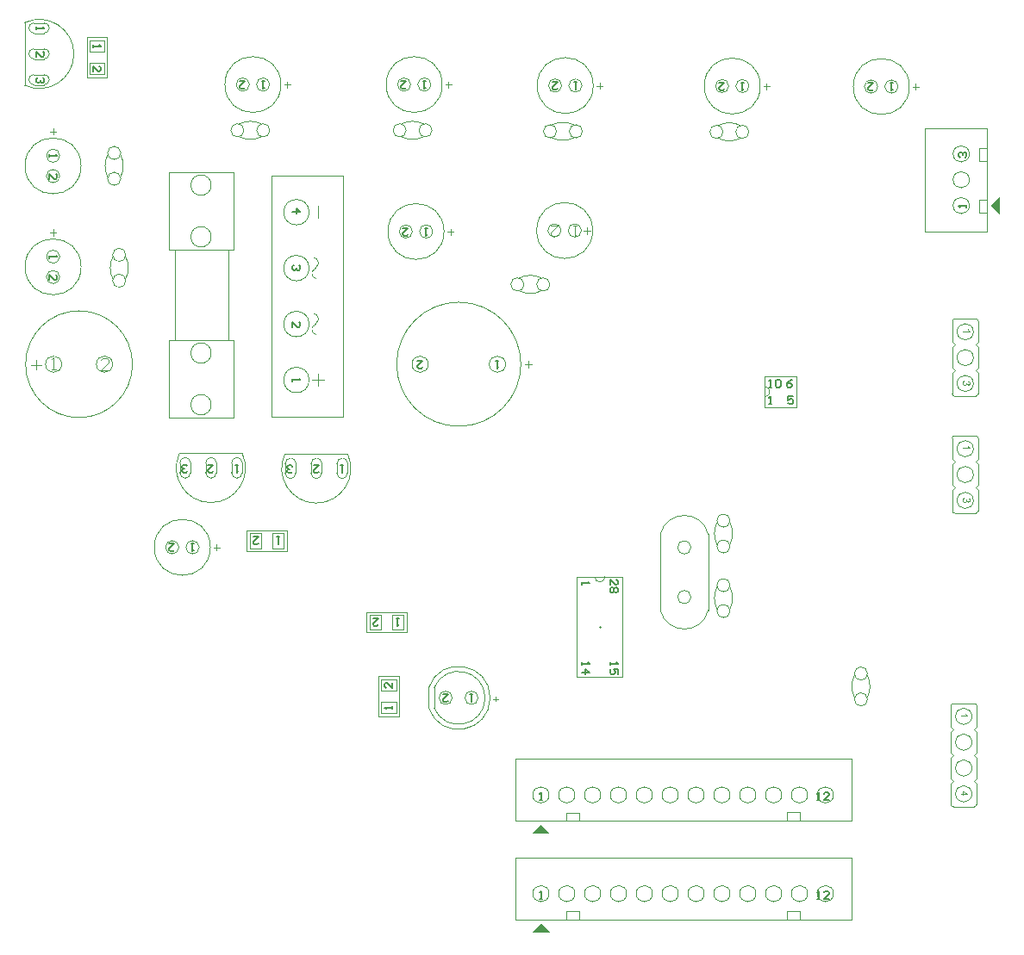
<source format=gm1>
G04*
G04 #@! TF.GenerationSoftware,Altium Limited,Altium Designer,23.7.1 (13)*
G04*
G04 Layer_Color=16711935*
%FSLAX44Y44*%
%MOMM*%
G71*
G04*
G04 #@! TF.SameCoordinates,08080B6D-4C5C-4958-99E3-925CFEBC34A3*
G04*
G04*
G04 #@! TF.FilePolarity,Positive*
G04*
G01*
G75*
%ADD13C,0.1778*%
%ADD81C,0.0500*%
G36*
X1175183Y341527D02*
X1193217D01*
X1184327Y350417D01*
Y350671D01*
X1175183Y341527D01*
D02*
G37*
G36*
X1175183Y438527D02*
X1193217D01*
X1184327Y447417D01*
Y447671D01*
X1175183Y438527D01*
D02*
G37*
G36*
X1634973Y1046983D02*
Y1065017D01*
X1626083Y1056127D01*
X1625829Y1056127D01*
X1634973Y1046983D01*
D02*
G37*
G36*
X1601777Y556331D02*
X1601796Y556312D01*
X1601805Y556275D01*
X1601832Y556229D01*
X1601860Y556174D01*
X1601897Y556109D01*
X1601990Y555952D01*
X1602091Y555767D01*
X1602221Y555582D01*
X1602369Y555388D01*
X1602526Y555193D01*
X1602535Y555184D01*
X1602544Y555175D01*
X1602572Y555147D01*
X1602600Y555110D01*
X1602692Y555027D01*
X1602803Y554916D01*
X1602933Y554805D01*
X1603081Y554685D01*
X1603228Y554583D01*
X1603386Y554491D01*
Y553982D01*
X1596960D01*
Y554768D01*
X1601962D01*
X1601953Y554777D01*
X1601916Y554824D01*
X1601860Y554879D01*
X1601796Y554972D01*
X1601712Y555073D01*
X1601620Y555203D01*
X1601518Y555351D01*
X1601416Y555517D01*
Y555526D01*
X1601407Y555536D01*
X1601370Y555591D01*
X1601324Y555684D01*
X1601268Y555794D01*
X1601204Y555924D01*
X1601139Y556063D01*
X1601074Y556201D01*
X1601019Y556340D01*
X1601777D01*
Y556331D01*
D02*
G37*
G36*
X1603358Y477209D02*
Y476571D01*
X1599216D01*
Y475702D01*
X1598495D01*
Y476571D01*
X1596960D01*
Y477357D01*
X1598495D01*
Y480140D01*
X1599216D01*
X1603358Y477209D01*
D02*
G37*
G36*
X1600613Y767697D02*
X1600602D01*
X1600580Y767685D01*
X1600536Y767674D01*
X1600480Y767663D01*
X1600414Y767652D01*
X1600336Y767630D01*
X1600169Y767574D01*
X1599970Y767497D01*
X1599781Y767397D01*
X1599603Y767286D01*
X1599448Y767153D01*
X1599437Y767130D01*
X1599392Y767086D01*
X1599337Y766997D01*
X1599281Y766886D01*
X1599215Y766753D01*
X1599159Y766587D01*
X1599115Y766398D01*
X1599104Y766198D01*
Y766131D01*
X1599115Y766087D01*
X1599126Y765965D01*
X1599159Y765809D01*
X1599215Y765632D01*
X1599292Y765443D01*
X1599404Y765255D01*
X1599559Y765077D01*
X1599581Y765055D01*
X1599648Y764999D01*
X1599748Y764933D01*
X1599881Y764844D01*
X1600047Y764755D01*
X1600236Y764688D01*
X1600458Y764633D01*
X1600702Y764611D01*
X1600713D01*
X1600735D01*
X1600769D01*
X1600813Y764622D01*
X1600935Y764633D01*
X1601080Y764666D01*
X1601257Y764711D01*
X1601435Y764788D01*
X1601612Y764899D01*
X1601779Y765044D01*
X1601801Y765066D01*
X1601845Y765121D01*
X1601912Y765210D01*
X1601990Y765332D01*
X1602067Y765488D01*
X1602134Y765676D01*
X1602178Y765887D01*
X1602201Y766120D01*
Y766220D01*
X1602189Y766298D01*
X1602178Y766398D01*
X1602156Y766509D01*
X1602134Y766642D01*
X1602101Y766786D01*
X1602933Y766675D01*
Y766620D01*
X1602922Y766575D01*
Y766431D01*
X1602944Y766309D01*
X1602966Y766165D01*
X1603000Y765998D01*
X1603055Y765809D01*
X1603133Y765632D01*
X1603233Y765443D01*
Y765432D01*
X1603244Y765421D01*
X1603288Y765366D01*
X1603366Y765288D01*
X1603466Y765199D01*
X1603610Y765110D01*
X1603777Y765033D01*
X1603965Y764977D01*
X1604077Y764955D01*
X1604199D01*
X1604210D01*
X1604221D01*
X1604287D01*
X1604376Y764977D01*
X1604498Y764999D01*
X1604632Y765044D01*
X1604776Y765099D01*
X1604920Y765188D01*
X1605053Y765310D01*
X1605064Y765321D01*
X1605109Y765377D01*
X1605164Y765454D01*
X1605231Y765554D01*
X1605286Y765687D01*
X1605342Y765843D01*
X1605386Y766020D01*
X1605397Y766220D01*
Y766309D01*
X1605375Y766409D01*
X1605353Y766542D01*
X1605309Y766686D01*
X1605253Y766831D01*
X1605164Y766986D01*
X1605053Y767130D01*
X1605042Y767141D01*
X1604987Y767186D01*
X1604909Y767253D01*
X1604798Y767330D01*
X1604654Y767408D01*
X1604476Y767486D01*
X1604265Y767552D01*
X1604021Y767597D01*
X1604187Y768540D01*
X1604199D01*
X1604232Y768529D01*
X1604276Y768518D01*
X1604343Y768507D01*
X1604421Y768485D01*
X1604509Y768451D01*
X1604720Y768385D01*
X1604964Y768274D01*
X1605209Y768140D01*
X1605442Y767974D01*
X1605653Y767763D01*
X1605664Y767752D01*
X1605675Y767730D01*
X1605697Y767697D01*
X1605730Y767652D01*
X1605775Y767597D01*
X1605819Y767519D01*
X1605864Y767441D01*
X1605919Y767341D01*
X1606008Y767119D01*
X1606097Y766864D01*
X1606152Y766564D01*
X1606174Y766409D01*
Y766131D01*
X1606163Y766009D01*
X1606141Y765865D01*
X1606108Y765687D01*
X1606052Y765488D01*
X1605986Y765288D01*
X1605897Y765088D01*
Y765077D01*
X1605886Y765066D01*
X1605853Y764999D01*
X1605786Y764899D01*
X1605708Y764788D01*
X1605597Y764655D01*
X1605475Y764522D01*
X1605331Y764389D01*
X1605164Y764278D01*
X1605142Y764267D01*
X1605087Y764233D01*
X1604987Y764189D01*
X1604865Y764134D01*
X1604720Y764078D01*
X1604554Y764034D01*
X1604365Y764000D01*
X1604176Y763989D01*
X1604154D01*
X1604088D01*
X1603999Y764000D01*
X1603877Y764023D01*
X1603732Y764056D01*
X1603577Y764111D01*
X1603422Y764178D01*
X1603266Y764267D01*
X1603244Y764278D01*
X1603200Y764311D01*
X1603122Y764378D01*
X1603033Y764466D01*
X1602933Y764577D01*
X1602822Y764711D01*
X1602722Y764866D01*
X1602622Y765055D01*
Y765044D01*
X1602611Y765022D01*
X1602600Y764988D01*
X1602589Y764944D01*
X1602545Y764822D01*
X1602478Y764666D01*
X1602389Y764489D01*
X1602278Y764311D01*
X1602134Y764145D01*
X1601967Y763989D01*
X1601945Y763978D01*
X1601879Y763934D01*
X1601768Y763867D01*
X1601623Y763801D01*
X1601446Y763734D01*
X1601235Y763667D01*
X1600991Y763623D01*
X1600724Y763612D01*
X1600713D01*
X1600680D01*
X1600625D01*
X1600558Y763623D01*
X1600469Y763634D01*
X1600369Y763656D01*
X1600258Y763678D01*
X1600136Y763701D01*
X1599870Y763789D01*
X1599725Y763856D01*
X1599592Y763923D01*
X1599448Y764011D01*
X1599304Y764111D01*
X1599159Y764222D01*
X1599026Y764355D01*
X1599015Y764367D01*
X1598993Y764389D01*
X1598960Y764433D01*
X1598915Y764489D01*
X1598860Y764555D01*
X1598804Y764644D01*
X1598737Y764744D01*
X1598682Y764866D01*
X1598615Y764988D01*
X1598549Y765133D01*
X1598493Y765277D01*
X1598438Y765443D01*
X1598393Y765621D01*
X1598360Y765809D01*
X1598338Y765998D01*
X1598327Y766209D01*
Y766309D01*
X1598338Y766376D01*
X1598349Y766464D01*
X1598360Y766564D01*
X1598382Y766675D01*
X1598405Y766797D01*
X1598471Y767064D01*
X1598582Y767341D01*
X1598649Y767486D01*
X1598726Y767619D01*
X1598826Y767752D01*
X1598926Y767885D01*
X1598937Y767896D01*
X1598960Y767918D01*
X1598993Y767952D01*
X1599037Y767985D01*
X1599093Y768041D01*
X1599170Y768096D01*
X1599248Y768163D01*
X1599348Y768229D01*
X1599459Y768296D01*
X1599570Y768363D01*
X1599836Y768485D01*
X1600147Y768585D01*
X1600314Y768618D01*
X1600491Y768640D01*
X1600613Y767697D01*
D02*
G37*
G36*
X1604243Y819429D02*
X1604265Y819407D01*
X1604276Y819362D01*
X1604310Y819307D01*
X1604343Y819240D01*
X1604387Y819163D01*
X1604498Y818974D01*
X1604620Y818752D01*
X1604776Y818530D01*
X1604953Y818297D01*
X1605142Y818064D01*
X1605153Y818053D01*
X1605164Y818041D01*
X1605198Y818008D01*
X1605231Y817964D01*
X1605342Y817864D01*
X1605475Y817731D01*
X1605630Y817597D01*
X1605808Y817453D01*
X1605986Y817331D01*
X1606174Y817220D01*
Y816609D01*
X1598460D01*
Y817553D01*
X1604465D01*
X1604454Y817564D01*
X1604409Y817620D01*
X1604343Y817686D01*
X1604265Y817797D01*
X1604165Y817919D01*
X1604054Y818075D01*
X1603932Y818252D01*
X1603810Y818452D01*
Y818463D01*
X1603799Y818474D01*
X1603755Y818541D01*
X1603699Y818652D01*
X1603633Y818785D01*
X1603555Y818941D01*
X1603477Y819107D01*
X1603399Y819274D01*
X1603333Y819440D01*
X1604243D01*
Y819429D01*
D02*
G37*
G36*
X1600613Y882697D02*
X1600602D01*
X1600580Y882685D01*
X1600536Y882674D01*
X1600480Y882663D01*
X1600414Y882652D01*
X1600336Y882630D01*
X1600169Y882574D01*
X1599970Y882497D01*
X1599781Y882397D01*
X1599603Y882286D01*
X1599448Y882153D01*
X1599437Y882130D01*
X1599392Y882086D01*
X1599337Y881997D01*
X1599281Y881886D01*
X1599215Y881753D01*
X1599159Y881587D01*
X1599115Y881398D01*
X1599104Y881198D01*
Y881131D01*
X1599115Y881087D01*
X1599126Y880965D01*
X1599159Y880809D01*
X1599215Y880632D01*
X1599292Y880443D01*
X1599404Y880255D01*
X1599559Y880077D01*
X1599581Y880055D01*
X1599648Y879999D01*
X1599748Y879933D01*
X1599881Y879844D01*
X1600047Y879755D01*
X1600236Y879688D01*
X1600458Y879633D01*
X1600702Y879611D01*
X1600713D01*
X1600735D01*
X1600769D01*
X1600813Y879622D01*
X1600935Y879633D01*
X1601080Y879666D01*
X1601257Y879711D01*
X1601435Y879788D01*
X1601612Y879899D01*
X1601779Y880044D01*
X1601801Y880066D01*
X1601845Y880121D01*
X1601912Y880210D01*
X1601990Y880332D01*
X1602067Y880488D01*
X1602134Y880676D01*
X1602178Y880887D01*
X1602201Y881120D01*
Y881220D01*
X1602189Y881298D01*
X1602178Y881398D01*
X1602156Y881509D01*
X1602134Y881642D01*
X1602101Y881786D01*
X1602933Y881675D01*
Y881620D01*
X1602922Y881575D01*
Y881431D01*
X1602944Y881309D01*
X1602966Y881165D01*
X1603000Y880998D01*
X1603055Y880809D01*
X1603133Y880632D01*
X1603233Y880443D01*
Y880432D01*
X1603244Y880421D01*
X1603288Y880366D01*
X1603366Y880288D01*
X1603466Y880199D01*
X1603610Y880110D01*
X1603777Y880033D01*
X1603965Y879977D01*
X1604077Y879955D01*
X1604199D01*
X1604210D01*
X1604221D01*
X1604287D01*
X1604376Y879977D01*
X1604498Y879999D01*
X1604632Y880044D01*
X1604776Y880099D01*
X1604920Y880188D01*
X1605053Y880310D01*
X1605064Y880321D01*
X1605109Y880377D01*
X1605164Y880454D01*
X1605231Y880554D01*
X1605286Y880687D01*
X1605342Y880843D01*
X1605386Y881020D01*
X1605397Y881220D01*
Y881309D01*
X1605375Y881409D01*
X1605353Y881542D01*
X1605309Y881686D01*
X1605253Y881831D01*
X1605164Y881986D01*
X1605053Y882130D01*
X1605042Y882141D01*
X1604987Y882186D01*
X1604909Y882253D01*
X1604798Y882330D01*
X1604654Y882408D01*
X1604476Y882486D01*
X1604265Y882552D01*
X1604021Y882597D01*
X1604187Y883540D01*
X1604199D01*
X1604232Y883529D01*
X1604276Y883518D01*
X1604343Y883507D01*
X1604421Y883485D01*
X1604509Y883451D01*
X1604720Y883385D01*
X1604964Y883274D01*
X1605209Y883140D01*
X1605442Y882974D01*
X1605653Y882763D01*
X1605664Y882752D01*
X1605675Y882730D01*
X1605697Y882697D01*
X1605730Y882652D01*
X1605775Y882597D01*
X1605819Y882519D01*
X1605864Y882441D01*
X1605919Y882341D01*
X1606008Y882119D01*
X1606097Y881864D01*
X1606152Y881564D01*
X1606174Y881409D01*
Y881131D01*
X1606163Y881009D01*
X1606141Y880865D01*
X1606108Y880687D01*
X1606052Y880488D01*
X1605986Y880288D01*
X1605897Y880088D01*
Y880077D01*
X1605886Y880066D01*
X1605853Y879999D01*
X1605786Y879899D01*
X1605708Y879788D01*
X1605597Y879655D01*
X1605475Y879522D01*
X1605331Y879389D01*
X1605164Y879278D01*
X1605142Y879267D01*
X1605087Y879233D01*
X1604987Y879189D01*
X1604865Y879134D01*
X1604720Y879078D01*
X1604554Y879034D01*
X1604365Y879000D01*
X1604176Y878989D01*
X1604154D01*
X1604088D01*
X1603999Y879000D01*
X1603877Y879023D01*
X1603732Y879056D01*
X1603577Y879111D01*
X1603422Y879178D01*
X1603266Y879267D01*
X1603244Y879278D01*
X1603200Y879311D01*
X1603122Y879378D01*
X1603033Y879466D01*
X1602933Y879577D01*
X1602822Y879711D01*
X1602722Y879866D01*
X1602622Y880055D01*
Y880044D01*
X1602611Y880022D01*
X1602600Y879988D01*
X1602589Y879944D01*
X1602545Y879822D01*
X1602478Y879666D01*
X1602389Y879489D01*
X1602278Y879311D01*
X1602134Y879145D01*
X1601967Y878989D01*
X1601945Y878978D01*
X1601879Y878934D01*
X1601768Y878867D01*
X1601623Y878801D01*
X1601446Y878734D01*
X1601235Y878667D01*
X1600991Y878623D01*
X1600724Y878612D01*
X1600713D01*
X1600680D01*
X1600625D01*
X1600558Y878623D01*
X1600469Y878634D01*
X1600369Y878656D01*
X1600258Y878678D01*
X1600136Y878701D01*
X1599870Y878789D01*
X1599725Y878856D01*
X1599592Y878923D01*
X1599448Y879011D01*
X1599304Y879111D01*
X1599159Y879222D01*
X1599026Y879355D01*
X1599015Y879367D01*
X1598993Y879389D01*
X1598960Y879433D01*
X1598915Y879489D01*
X1598860Y879555D01*
X1598804Y879644D01*
X1598737Y879744D01*
X1598682Y879866D01*
X1598615Y879988D01*
X1598549Y880133D01*
X1598493Y880277D01*
X1598438Y880443D01*
X1598393Y880621D01*
X1598360Y880809D01*
X1598338Y880998D01*
X1598327Y881209D01*
Y881309D01*
X1598338Y881376D01*
X1598349Y881464D01*
X1598360Y881564D01*
X1598382Y881675D01*
X1598405Y881797D01*
X1598471Y882064D01*
X1598582Y882341D01*
X1598649Y882486D01*
X1598726Y882619D01*
X1598826Y882752D01*
X1598926Y882885D01*
X1598937Y882896D01*
X1598960Y882918D01*
X1598993Y882952D01*
X1599037Y882985D01*
X1599093Y883041D01*
X1599170Y883096D01*
X1599248Y883163D01*
X1599348Y883229D01*
X1599459Y883296D01*
X1599570Y883363D01*
X1599836Y883485D01*
X1600147Y883585D01*
X1600314Y883618D01*
X1600491Y883640D01*
X1600613Y882697D01*
D02*
G37*
G36*
X1604243Y934429D02*
X1604265Y934407D01*
X1604276Y934362D01*
X1604310Y934307D01*
X1604343Y934240D01*
X1604387Y934163D01*
X1604498Y933974D01*
X1604620Y933752D01*
X1604776Y933530D01*
X1604953Y933297D01*
X1605142Y933064D01*
X1605153Y933053D01*
X1605164Y933041D01*
X1605198Y933008D01*
X1605231Y932964D01*
X1605342Y932864D01*
X1605475Y932731D01*
X1605630Y932597D01*
X1605808Y932453D01*
X1605986Y932331D01*
X1606174Y932220D01*
Y931609D01*
X1598460D01*
Y932553D01*
X1604465D01*
X1604454Y932564D01*
X1604409Y932620D01*
X1604343Y932686D01*
X1604265Y932797D01*
X1604165Y932919D01*
X1604054Y933075D01*
X1603932Y933252D01*
X1603810Y933452D01*
Y933463D01*
X1603799Y933474D01*
X1603755Y933541D01*
X1603699Y933652D01*
X1603633Y933785D01*
X1603555Y933941D01*
X1603477Y934107D01*
X1603399Y934274D01*
X1603333Y934440D01*
X1604243D01*
Y934429D01*
D02*
G37*
%LPC*%
G36*
X1599216Y479373D02*
Y477357D01*
X1602082D01*
X1599216Y479373D01*
D02*
G37*
%LPD*%
D13*
X1455900Y471500D02*
X1458439D01*
X1457170D01*
Y479118D01*
X1455900Y477848D01*
X1467326Y471500D02*
X1462248D01*
X1467326Y476578D01*
Y477848D01*
X1466057Y479118D01*
X1463517D01*
X1462248Y477848D01*
X1182900Y471500D02*
X1185439D01*
X1184170D01*
Y479118D01*
X1182900Y477848D01*
X819172Y723500D02*
X824250D01*
X819172Y718422D01*
Y717152D01*
X820441Y715882D01*
X822980D01*
X824250Y717152D01*
X843250Y723500D02*
X840711D01*
X841980D01*
Y715882D01*
X843250Y717152D01*
X701500Y1082172D02*
Y1087250D01*
X706578Y1082172D01*
X707848D01*
X709118Y1083441D01*
Y1085980D01*
X707848Y1087250D01*
X701500Y1106250D02*
Y1103711D01*
Y1104980D01*
X709118D01*
X707848Y1106250D01*
X888454Y1178500D02*
X893533D01*
X888454Y1173422D01*
Y1172152D01*
X889724Y1170882D01*
X892263D01*
X893533Y1172152D01*
X912533Y1178500D02*
X909993D01*
X911263D01*
Y1170882D01*
X912533Y1172152D01*
X1046887Y1178500D02*
X1051965D01*
X1046887Y1173422D01*
Y1172152D01*
X1048156Y1170882D01*
X1050695D01*
X1051965Y1172152D01*
X1070965Y1178500D02*
X1068426D01*
X1069696D01*
Y1170882D01*
X1070965Y1172152D01*
X701500Y982932D02*
Y988010D01*
X706578Y982932D01*
X707848D01*
X709118Y984201D01*
Y986740D01*
X707848Y988010D01*
X701500Y1007010D02*
Y1004471D01*
Y1005740D01*
X709118D01*
X707848Y1007010D01*
X1359319Y1177000D02*
X1364398D01*
X1359319Y1171922D01*
Y1170652D01*
X1360589Y1169382D01*
X1363128D01*
X1364398Y1170652D01*
X1383398Y1177000D02*
X1380858D01*
X1382128D01*
Y1169382D01*
X1383398Y1170652D01*
X1195252Y1177500D02*
X1200330D01*
X1195252Y1172422D01*
Y1171152D01*
X1196521Y1169883D01*
X1199061D01*
X1200330Y1171152D01*
X1219330Y1177500D02*
X1216791D01*
X1218061D01*
Y1169883D01*
X1219330Y1171152D01*
X940250Y885750D02*
Y883211D01*
Y884481D01*
X947868D01*
X946598Y885750D01*
X940250Y936505D02*
Y941583D01*
X945328Y936505D01*
X946598D01*
X947868Y937775D01*
Y940314D01*
X946598Y941583D01*
Y997417D02*
X947868Y996147D01*
Y993608D01*
X946598Y992338D01*
X945328D01*
X944059Y993608D01*
Y994878D01*
Y993608D01*
X942789Y992338D01*
X941520D01*
X940250Y993608D01*
Y996147D01*
X941520Y997417D01*
X940250Y1049441D02*
X947868D01*
X944059Y1053250D01*
Y1048172D01*
X1595652Y1103400D02*
X1594382Y1104670D01*
Y1107209D01*
X1595652Y1108478D01*
X1596922D01*
X1598191Y1107209D01*
Y1105939D01*
Y1107209D01*
X1599461Y1108478D01*
X1600730D01*
X1602000Y1107209D01*
Y1104670D01*
X1600730Y1103400D01*
X1602000Y1054400D02*
Y1056939D01*
Y1055670D01*
X1594382D01*
X1595652Y1054400D01*
X1182900Y374500D02*
X1185439D01*
X1184170D01*
Y382118D01*
X1182900Y380848D01*
X1455900Y374500D02*
X1458439D01*
X1457170D01*
Y382118D01*
X1455900Y380848D01*
X1467326Y374500D02*
X1462248D01*
X1467326Y379578D01*
Y380848D01*
X1466057Y382118D01*
X1463518D01*
X1462248Y380848D01*
X1117250Y575500D02*
X1114711D01*
X1115980D01*
Y567882D01*
X1117250Y569152D01*
X1087672Y575500D02*
X1092750D01*
X1087672Y570422D01*
Y569152D01*
X1088941Y567882D01*
X1091480D01*
X1092750Y569152D01*
X694778Y1181720D02*
X696048Y1180450D01*
Y1177911D01*
X694778Y1176642D01*
X693509D01*
X692239Y1177911D01*
Y1179181D01*
Y1177911D01*
X690969Y1176642D01*
X689700D01*
X688430Y1177911D01*
Y1180450D01*
X689700Y1181720D01*
X688430Y1202392D02*
Y1207470D01*
X693509Y1202392D01*
X694778D01*
X696048Y1203661D01*
Y1206200D01*
X694778Y1207470D01*
X688430Y1231720D02*
Y1229181D01*
Y1230450D01*
X696048D01*
X694778Y1231720D01*
X836650Y794652D02*
X835380Y793382D01*
X832841D01*
X831572Y794652D01*
Y795922D01*
X832841Y797191D01*
X834111D01*
X832841D01*
X831572Y798461D01*
Y799730D01*
X832841Y801000D01*
X835380D01*
X836650Y799730D01*
X857322Y801000D02*
X862400D01*
X857322Y795922D01*
Y794652D01*
X858591Y793382D01*
X861131D01*
X862400Y794652D01*
X886650Y801000D02*
X884111D01*
X885380D01*
Y793382D01*
X886650Y794652D01*
X940150Y794152D02*
X938880Y792883D01*
X936341D01*
X935072Y794152D01*
Y795422D01*
X936341Y796691D01*
X937611D01*
X936341D01*
X935072Y797961D01*
Y799230D01*
X936341Y800500D01*
X938880D01*
X940150Y799230D01*
X960822Y800500D02*
X965900D01*
X960822Y795422D01*
Y794152D01*
X962091Y792882D01*
X964631D01*
X965900Y794152D01*
X990150Y800500D02*
X987611D01*
X988880D01*
Y792883D01*
X990150Y794152D01*
X1044750Y650250D02*
X1042211D01*
X1043480D01*
Y642632D01*
X1044750Y643902D01*
X1019172Y650250D02*
X1024250D01*
X1019172Y645172D01*
Y643902D01*
X1020441Y642633D01*
X1022980D01*
X1024250Y643902D01*
X744250Y1213750D02*
Y1211211D01*
Y1212480D01*
X751868D01*
X750598Y1213750D01*
X744250Y1188172D02*
Y1193250D01*
X749328Y1188172D01*
X750598D01*
X751868Y1189441D01*
Y1191980D01*
X750598Y1193250D01*
X1038250Y561250D02*
Y563789D01*
Y562520D01*
X1030632D01*
X1031902Y561250D01*
X1038250Y586828D02*
Y581750D01*
X1033172Y586828D01*
X1031902D01*
X1030632Y585559D01*
Y583020D01*
X1031902Y581750D01*
X1142500Y903750D02*
X1139961D01*
X1141230D01*
Y896133D01*
X1142500Y897402D01*
X1062922Y903500D02*
X1068000D01*
X1062922Y898422D01*
Y897152D01*
X1064191Y895882D01*
X1066730D01*
X1068000Y897152D01*
X1252000Y682922D02*
Y688000D01*
X1257078Y682922D01*
X1258348D01*
X1259617Y684191D01*
Y686730D01*
X1258348Y688000D01*
Y680383D02*
X1259617Y679113D01*
Y676574D01*
X1258348Y675304D01*
X1257078D01*
X1255809Y676574D01*
X1254539Y675304D01*
X1253270D01*
X1252000Y676574D01*
Y679113D01*
X1253270Y680383D01*
X1254539D01*
X1255809Y679113D01*
X1257078Y680383D01*
X1258348D01*
X1255809Y679113D02*
Y676574D01*
X1252000Y607000D02*
Y604461D01*
Y605730D01*
X1259617D01*
X1258348Y607000D01*
X1259617Y595574D02*
Y600652D01*
X1255809D01*
X1257078Y598113D01*
Y596843D01*
X1255809Y595574D01*
X1253270D01*
X1252000Y596843D01*
Y599383D01*
X1253270Y600652D01*
X1224000Y607000D02*
Y604461D01*
Y605730D01*
X1231618D01*
X1230348Y607000D01*
X1224000Y596843D02*
X1231618D01*
X1227809Y600652D01*
Y595574D01*
X1224000Y686000D02*
Y683461D01*
Y684730D01*
X1231618D01*
X1230348Y686000D01*
X1408250Y861000D02*
X1410789D01*
X1409520D01*
Y868618D01*
X1408250Y867348D01*
X1431828Y868367D02*
X1426750D01*
Y864559D01*
X1429289Y865828D01*
X1430559D01*
X1431828Y864559D01*
Y862020D01*
X1430559Y860750D01*
X1428020D01*
X1426750Y862020D01*
X1430578Y884867D02*
X1428039Y883598D01*
X1425500Y881059D01*
Y878520D01*
X1426770Y877250D01*
X1429309D01*
X1430578Y878520D01*
Y879789D01*
X1429309Y881059D01*
X1425500D01*
X1408250Y877250D02*
X1410789D01*
X1409520D01*
Y884867D01*
X1408250Y883598D01*
X1414598D02*
X1415867Y884867D01*
X1418407D01*
X1419676Y883598D01*
Y878520D01*
X1418407Y877250D01*
X1415867D01*
X1414598Y878520D01*
Y883598D01*
X1505672Y1176500D02*
X1510750D01*
X1505672Y1171422D01*
Y1170152D01*
X1506941Y1168883D01*
X1509480D01*
X1510750Y1170152D01*
X1529750Y1176500D02*
X1527211D01*
X1528480D01*
Y1168883D01*
X1529750Y1170152D01*
X1048672Y1034000D02*
X1053750D01*
X1048672Y1028922D01*
Y1027652D01*
X1049941Y1026383D01*
X1052480D01*
X1053750Y1027652D01*
X1072750Y1034000D02*
X1070211D01*
X1071480D01*
Y1026383D01*
X1072750Y1027652D01*
X927250Y730250D02*
X924711D01*
X925980D01*
Y722633D01*
X927250Y723902D01*
X901672Y730250D02*
X906750D01*
X901672Y725172D01*
Y723902D01*
X902941Y722633D01*
X905480D01*
X906750Y723902D01*
D81*
X1471600Y476500D02*
G03*
X1471600Y476500I-8000J0D01*
G01*
X1446200D02*
G03*
X1446200Y476500I-8000J0D01*
G01*
X1420800D02*
G03*
X1420800Y476500I-8000J0D01*
G01*
X1395400D02*
G03*
X1395400Y476500I-8000J0D01*
G01*
X1370000D02*
G03*
X1370000Y476500I-8000J0D01*
G01*
X1344600D02*
G03*
X1344600Y476500I-8000J0D01*
G01*
X1319200D02*
G03*
X1319200Y476500I-8000J0D01*
G01*
X1293800D02*
G03*
X1293800Y476500I-8000J0D01*
G01*
X1268400D02*
G03*
X1268400Y476500I-8000J0D01*
G01*
X1243000D02*
G03*
X1243000Y476500I-8000J0D01*
G01*
X1217600D02*
G03*
X1217600Y476500I-8000J0D01*
G01*
X1192200D02*
G03*
X1192200Y476500I-8000J0D01*
G01*
X1607500Y477600D02*
G03*
X1607500Y477600I-8000J0D01*
G01*
Y503000D02*
G03*
X1607500Y503000I-8000J0D01*
G01*
Y528400D02*
G03*
X1607500Y528400I-8000J0D01*
G01*
Y553800D02*
G03*
X1607500Y553800I-8000J0D01*
G01*
D02*
G03*
X1607500Y553800I-8000J0D01*
G01*
X1612300Y564100D02*
G03*
X1609500Y566500I-2600J-200D01*
G01*
X1589500Y566500D02*
G03*
X1586700Y564100I-200J-2600D01*
G01*
X1609500Y464900D02*
G03*
X1612300Y467700I0J2800D01*
G01*
X1586700D02*
G03*
X1589500Y464900I2800J0D01*
G01*
X1370000Y746200D02*
G03*
X1370000Y746200I-6500J0D01*
G01*
Y720800D02*
G03*
X1370000Y720800I-6500J0D01*
G01*
X1357195Y744356D02*
G03*
X1357253Y722530I21375J-10856D01*
G01*
X1369765Y722564D02*
G03*
X1369782Y744401I-21335J10936D01*
G01*
X1224000Y1031500D02*
G03*
X1224000Y1031500I-6500J0D01*
G01*
X1204000D02*
G03*
X1204000Y1031500I-6500J0D01*
G01*
X1235000D02*
G03*
X1235000Y1031500I-27500J0D01*
G01*
X1370000Y657300D02*
G03*
X1370000Y657300I-6500J0D01*
G01*
Y682700D02*
G03*
X1370000Y682700I-6500J0D01*
G01*
X1369805Y659144D02*
G03*
X1369747Y680970I-21375J10856D01*
G01*
X1357235Y680936D02*
G03*
X1357218Y659099I21335J-10936D01*
G01*
X1167600Y978500D02*
G03*
X1167600Y978500I-6500J0D01*
G01*
X1193000D02*
G03*
X1193000Y978500I-6500J0D01*
G01*
X1162943Y972195D02*
G03*
X1184770Y972253I10856J21375D01*
G01*
X1184736Y984765D02*
G03*
X1162899Y984782I-10936J-21335D01*
G01*
X1505000Y595900D02*
G03*
X1505000Y595900I-6500J0D01*
G01*
Y570500D02*
G03*
X1505000Y570500I-6500J0D01*
G01*
X1492195Y594057D02*
G03*
X1492253Y572230I21375J-10856D01*
G01*
X1504765Y572264D02*
G03*
X1504782Y594101I-21335J10936D01*
G01*
X859500Y720000D02*
G03*
X859500Y720000I-27500J0D01*
G01*
X828500D02*
G03*
X828500Y720000I-6500J0D01*
G01*
X848500D02*
G03*
X848500Y720000I-6500J0D01*
G01*
X732500Y1095000D02*
G03*
X732500Y1095000I-27500J0D01*
G01*
X711500Y1085000D02*
G03*
X711500Y1085000I-6500J0D01*
G01*
Y1105000D02*
G03*
X711500Y1105000I-6500J0D01*
G01*
X928783Y1175000D02*
G03*
X928783Y1175000I-27500J0D01*
G01*
X897783D02*
G03*
X897783Y1175000I-6500J0D01*
G01*
X917783D02*
G03*
X917783Y1175000I-6500J0D01*
G01*
X1087215D02*
G03*
X1087215Y1175000I-27500J0D01*
G01*
X1056215D02*
G03*
X1056215Y1175000I-6500J0D01*
G01*
X1076215D02*
G03*
X1076215Y1175000I-6500J0D01*
G01*
X771500Y1082300D02*
G03*
X771500Y1082300I-6500J0D01*
G01*
Y1107700D02*
G03*
X771500Y1107700I-6500J0D01*
G01*
X771305Y1084144D02*
G03*
X771247Y1105970I-21375J10856D01*
G01*
X758735Y1105936D02*
G03*
X758718Y1084099I21335J-10936D01*
G01*
X892500Y1130000D02*
G03*
X892500Y1130000I-6500J0D01*
G01*
X917900D02*
G03*
X917900Y1130000I-6500J0D01*
G01*
X887844Y1123695D02*
G03*
X909670Y1123753I10856J21375D01*
G01*
X909636Y1136265D02*
G03*
X887799Y1136282I-10936J-21335D01*
G01*
X1051900Y1130000D02*
G03*
X1051900Y1130000I-6500J0D01*
G01*
X1077300D02*
G03*
X1077300Y1130000I-6500J0D01*
G01*
X1047244Y1123695D02*
G03*
X1069070Y1123753I10856J21375D01*
G01*
X1069036Y1136265D02*
G03*
X1047199Y1136282I-10936J-21335D01*
G01*
X732500Y995760D02*
G03*
X732500Y995760I-27500J0D01*
G01*
X711500Y985760D02*
G03*
X711500Y985760I-6500J0D01*
G01*
Y1005760D02*
G03*
X711500Y1005760I-6500J0D01*
G01*
X1399648Y1173500D02*
G03*
X1399648Y1173500I-27500J0D01*
G01*
X1368648D02*
G03*
X1368648Y1173500I-6500J0D01*
G01*
X1388648D02*
G03*
X1388648Y1173500I-6500J0D01*
G01*
X1235580Y1174000D02*
G03*
X1235580Y1174000I-27500J0D01*
G01*
X1204580D02*
G03*
X1204580Y1174000I-6500J0D01*
G01*
X1224580D02*
G03*
X1224580Y1174000I-6500J0D01*
G01*
X776500Y982099D02*
G03*
X776500Y982099I-6500J0D01*
G01*
Y1007499D02*
G03*
X776500Y1007499I-6500J0D01*
G01*
X776305Y983942D02*
G03*
X776247Y1005769I-21375J10856D01*
G01*
X763735Y1005734D02*
G03*
X763718Y983897I21335J-10936D01*
G01*
X1363100Y1128500D02*
G03*
X1363100Y1128500I-6500J0D01*
G01*
X1388500D02*
G03*
X1388500Y1128500I-6500J0D01*
G01*
X1358444Y1122195D02*
G03*
X1380270Y1122253I10856J21375D01*
G01*
X1380236Y1134765D02*
G03*
X1358399Y1134782I-10936J-21335D01*
G01*
X1199600Y1129000D02*
G03*
X1199600Y1129000I-6500J0D01*
G01*
X1225000D02*
G03*
X1225000Y1129000I-6500J0D01*
G01*
X1194944Y1122695D02*
G03*
X1216770Y1122753I10856J21375D01*
G01*
X1216736Y1135265D02*
G03*
X1194899Y1135282I-10936J-21335D01*
G01*
X963953Y941134D02*
G03*
X961398Y949669I-3453J3616D01*
G01*
X963953Y996134D02*
G03*
X961398Y1004669I-3453J3616D01*
G01*
X960750Y937840D02*
G03*
X963306Y929306I3453J-3616D01*
G01*
X960750Y992840D02*
G03*
X963306Y984306I3453J-3616D01*
G01*
X956500Y884500D02*
G03*
X956500Y884500I-12500J0D01*
G01*
Y939500D02*
G03*
X956500Y939500I-12500J0D01*
G01*
X956500Y994500D02*
G03*
X956500Y994500I-12500J0D01*
G01*
X956500Y1049500D02*
G03*
X956500Y1049500I-12500J0D01*
G01*
X860250Y860200D02*
G03*
X860250Y860200I-10000J0D01*
G01*
Y911000D02*
G03*
X860250Y911000I-10000J0D01*
G01*
Y1025300D02*
G03*
X860250Y1025300I-10000J0D01*
G01*
Y1076100D02*
G03*
X860250Y1076100I-10000J0D01*
G01*
X1605000Y1106800D02*
G03*
X1605000Y1106800I-8000J0D01*
G01*
Y1081400D02*
G03*
X1605000Y1081400I-8000J0D01*
G01*
Y1056000D02*
G03*
X1605000Y1056000I-8000J0D01*
G01*
X1192200Y379500D02*
G03*
X1192200Y379500I-8000J0D01*
G01*
X1217600D02*
G03*
X1217600Y379500I-8000J0D01*
G01*
X1243000D02*
G03*
X1243000Y379500I-8000J0D01*
G01*
X1268400D02*
G03*
X1268400Y379500I-8000J0D01*
G01*
X1293800D02*
G03*
X1293800Y379500I-8000J0D01*
G01*
X1319200D02*
G03*
X1319200Y379500I-8000J0D01*
G01*
X1344600D02*
G03*
X1344600Y379500I-8000J0D01*
G01*
X1370000D02*
G03*
X1370000Y379500I-8000J0D01*
G01*
X1395400D02*
G03*
X1395400Y379500I-8000J0D01*
G01*
X1420800D02*
G03*
X1420800Y379500I-8000J0D01*
G01*
X1446200D02*
G03*
X1446200Y379500I-8000J0D01*
G01*
X1471600D02*
G03*
X1471600Y379500I-8000J0D01*
G01*
X1609000Y791500D02*
G03*
X1609000Y791500I-8000J0D01*
G01*
X1588200Y756200D02*
G03*
X1591000Y753400I2800J0D01*
G01*
X1611000Y753400D02*
G03*
X1613800Y756200I0J2800D01*
G01*
X1591000Y829600D02*
G03*
X1588200Y827200I-200J-2600D01*
G01*
X1613800D02*
G03*
X1611000Y829600I-2600J-200D01*
G01*
X1609000Y816900D02*
G03*
X1609000Y816900I-8000J0D01*
G01*
Y766100D02*
G03*
X1609000Y766100I-8000J0D01*
G01*
Y906500D02*
G03*
X1609000Y906500I-8000J0D01*
G01*
X1588200Y871200D02*
G03*
X1591000Y868400I2800J0D01*
G01*
X1611000Y868400D02*
G03*
X1613800Y871200I0J2800D01*
G01*
X1591000Y944600D02*
G03*
X1588200Y942200I-200J-2600D01*
G01*
X1613800D02*
G03*
X1611000Y944600I-2600J-200D01*
G01*
X1609000Y931900D02*
G03*
X1609000Y931900I-8000J0D01*
G01*
Y881100D02*
G03*
X1609000Y881100I-8000J0D01*
G01*
X1079300Y562000D02*
G03*
X1079329Y582068I24000J10000D01*
G01*
X1073967Y561972D02*
G03*
X1073941Y581952I29333J10028D01*
G01*
X1122500Y572000D02*
G03*
X1122500Y572000I-6500J0D01*
G01*
X1097100D02*
G03*
X1097100Y572000I-6500J0D01*
G01*
X677066Y1174253D02*
G03*
X677066Y1235887I14364J30817D01*
G01*
X695930Y1174590D02*
G03*
X701430Y1179970I60J5440D01*
G01*
D02*
G03*
X696053Y1184750I-5078J-299D01*
G01*
X681180Y1179970D02*
G03*
X686680Y1174590I5440J60D01*
G01*
X685687Y1184728D02*
G03*
X681160Y1179949I126J-4652D01*
G01*
X685687Y1235528D02*
G03*
X681160Y1230750I126J-4652D01*
G01*
X681180Y1230770D02*
G03*
X686680Y1225390I5440J60D01*
G01*
X701430Y1230770D02*
G03*
X696053Y1235550I-5078J-299D01*
G01*
X695930Y1225390D02*
G03*
X701430Y1230770I60J5440D01*
G01*
X685687Y1210128D02*
G03*
X681160Y1205350I126J-4652D01*
G01*
X681180Y1205370D02*
G03*
X686680Y1199990I5440J60D01*
G01*
X701430Y1205370D02*
G03*
X696053Y1210150I-5078J-299D01*
G01*
X695930Y1199990D02*
G03*
X701430Y1205370I60J5440D01*
G01*
X829183Y812364D02*
G03*
X890817Y812364I30817J-14364D01*
G01*
X829520Y793500D02*
G03*
X834900Y788000I5440J-60D01*
G01*
D02*
G03*
X839680Y793377I-299J5078D01*
G01*
X834900Y808250D02*
G03*
X829520Y802750I60J-5440D01*
G01*
X839658Y803743D02*
G03*
X834880Y808270I-4652J-126D01*
G01*
X890458Y803743D02*
G03*
X885680Y808270I-4652J-126D01*
G01*
X885700Y808250D02*
G03*
X880320Y802750I60J-5440D01*
G01*
X885700Y788000D02*
G03*
X890480Y793377I-299J5078D01*
G01*
X880320Y793500D02*
G03*
X885700Y788000I5440J-60D01*
G01*
X865058Y803743D02*
G03*
X860280Y808270I-4652J-126D01*
G01*
X860300Y808250D02*
G03*
X854920Y802750I60J-5440D01*
G01*
X860300Y788000D02*
G03*
X865080Y793377I-299J5078D01*
G01*
X854920Y793500D02*
G03*
X860300Y788000I5440J-60D01*
G01*
X932683Y811864D02*
G03*
X994317Y811864I30817J-14364D01*
G01*
X933020Y793000D02*
G03*
X938400Y787500I5440J-60D01*
G01*
D02*
G03*
X943180Y792877I-299J5078D01*
G01*
X938400Y807750D02*
G03*
X933020Y802250I60J-5440D01*
G01*
X943158Y803243D02*
G03*
X938380Y807770I-4652J-126D01*
G01*
X993958Y803243D02*
G03*
X989180Y807770I-4652J-126D01*
G01*
X989200Y807750D02*
G03*
X983820Y802250I60J-5440D01*
G01*
X989200Y787500D02*
G03*
X993980Y792877I-299J5078D01*
G01*
X983820Y793000D02*
G03*
X989200Y787500I5440J-60D01*
G01*
X968558Y803243D02*
G03*
X963780Y807770I-4652J-126D01*
G01*
X963800Y807750D02*
G03*
X958420Y802250I60J-5440D01*
G01*
X963800Y787500D02*
G03*
X968580Y792877I-299J5078D01*
G01*
X958420Y793000D02*
G03*
X963800Y787500I5440J-60D01*
G01*
X1164500Y900000D02*
G03*
X1164500Y900000I-61000J0D01*
G01*
X1149500D02*
G03*
X1149500Y900000I-8000J0D01*
G01*
X1073500D02*
G03*
X1073500Y900000I-8000J0D01*
G01*
X1237000Y691000D02*
G03*
X1247000Y691000I5000J0D01*
G01*
X1404000Y868000D02*
G03*
X1404000Y878000I0J5000D01*
G01*
X1331500Y719900D02*
G03*
X1331500Y719900I-6500J0D01*
G01*
Y671100D02*
G03*
X1331500Y671100I-6500J0D01*
G01*
X1301525Y658168D02*
G03*
X1348475Y658168I23475J5582D01*
G01*
Y732832D02*
G03*
X1301525Y732832I-23475J-5582D01*
G01*
X783000Y900000D02*
G03*
X783000Y900000I-52500J0D01*
G01*
X713500Y900000D02*
G03*
X713500Y900000I-8000J0D01*
G01*
X763500Y900000D02*
G03*
X763500Y900000I-8000J0D01*
G01*
X1546000Y1173000D02*
G03*
X1546000Y1173000I-27500J0D01*
G01*
X1515000D02*
G03*
X1515000Y1173000I-6500J0D01*
G01*
X1535000D02*
G03*
X1535000Y1173000I-6500J0D01*
G01*
X1089000Y1030500D02*
G03*
X1089000Y1030500I-27500J0D01*
G01*
X1058000D02*
G03*
X1058000Y1030500I-6500J0D01*
G01*
X1078000D02*
G03*
X1078000Y1030500I-6500J0D01*
G01*
X1158800Y512060D02*
X1489000D01*
X1438200Y451862D02*
Y459482D01*
X1209346Y458974D02*
X1222046D01*
X1489000Y476500D02*
Y512060D01*
Y451100D02*
Y476500D01*
X1158800Y451100D02*
X1489000D01*
X1222046Y451354D02*
Y458974D01*
X1158800Y451100D02*
Y512060D01*
X1209346Y451354D02*
Y458974D01*
X1425500Y459482D02*
X1438200D01*
X1425500Y451862D02*
Y459482D01*
X1586700Y487760D02*
X1589240Y490300D01*
X1609660D02*
X1612200Y487760D01*
X1612300Y467440D02*
Y487760D01*
X1586700Y467440D02*
Y487760D01*
Y467440D02*
X1586800D01*
X1586700Y492840D02*
X1586800D01*
X1589340Y490300D01*
X1586700Y492940D02*
Y513300D01*
Y492940D02*
X1586800Y492840D01*
X1612200Y467440D02*
X1612300D01*
X1609660Y490300D02*
X1612200Y492840D01*
X1612300D02*
Y513300D01*
X1586800Y513160D02*
X1589340Y515700D01*
X1586800Y518240D02*
X1589340Y515700D01*
X1586700Y518240D02*
X1586800D01*
X1586700D02*
Y538560D01*
Y543740D02*
X1586800Y543640D01*
X1586700Y543740D02*
Y564100D01*
X1612200Y518240D02*
X1612300D01*
Y538560D01*
X1609660Y515700D02*
X1612200Y513160D01*
X1609660Y515700D02*
X1612200Y518240D01*
X1612300Y543640D02*
Y564100D01*
X1586700Y538560D02*
X1589240Y541100D01*
X1589340D01*
X1586800Y543640D02*
X1589340Y541100D01*
X1586700Y543640D02*
X1586800D01*
X1609660Y541100D02*
X1612200Y538560D01*
X1609660Y541100D02*
X1612200Y543640D01*
X1589500Y566500D02*
X1609500D01*
X1589500Y464900D02*
X1609500D01*
X862750Y719750D02*
X868750D01*
X865750Y716750D02*
Y722750D01*
X705250Y1125750D02*
Y1131750D01*
X702250Y1128750D02*
X708250D01*
X932033Y1174750D02*
X938033D01*
X935032Y1171750D02*
Y1177750D01*
X1090465Y1174750D02*
X1096465D01*
X1093465Y1171750D02*
Y1177750D01*
X705250Y1026510D02*
Y1032510D01*
X702250Y1029510D02*
X708250D01*
X1402897Y1173250D02*
X1408898D01*
X1405898Y1170250D02*
Y1176250D01*
X1238830Y1173750D02*
X1244830D01*
X1241830Y1170750D02*
Y1176750D01*
X959250Y884500D02*
X971250D01*
X965250Y1055500D02*
X965250Y1043500D01*
X965250Y878500D02*
X965250Y890500D01*
X960750Y938000D02*
X963884Y941134D01*
X960750Y993000D02*
X963884Y996134D01*
X960750Y992840D02*
Y993000D01*
Y937841D02*
Y938000D01*
X990000Y848000D02*
Y1085250D01*
X919750Y848000D02*
X990000D01*
X919750D02*
Y1085250D01*
X990000D01*
X818500Y847500D02*
Y923700D01*
X882000D01*
Y847500D02*
Y923700D01*
Y1012600D02*
Y1088800D01*
X818500Y1012600D02*
Y1088800D01*
Y847500D02*
X882000D01*
X876920Y923700D02*
Y1012600D01*
X818500Y1088800D02*
X882000D01*
X818500Y1012600D02*
X882000D01*
X824850Y923700D02*
Y1012600D01*
X1614526Y1048888D02*
Y1061588D01*
X1561440Y1132200D02*
X1597000D01*
X1614526Y1048888D02*
X1622146D01*
X1622400Y1030600D02*
Y1132200D01*
X1614780Y1099434D02*
Y1112134D01*
Y1099434D02*
X1622400D01*
X1597000Y1132200D02*
X1622400D01*
X1614526Y1061588D02*
X1622146D01*
X1561440Y1030600D02*
X1622400D01*
X1614780Y1112134D02*
X1622400D01*
X1561440Y1030600D02*
Y1132200D01*
X1425500Y354862D02*
Y362482D01*
X1438200D01*
X1209346Y354354D02*
Y361974D01*
X1158800Y354100D02*
Y415060D01*
X1222046Y354354D02*
Y361974D01*
X1158800Y354100D02*
X1489000D01*
Y379500D01*
Y415060D01*
X1209346Y361974D02*
X1222046D01*
X1438200Y354862D02*
Y362482D01*
X1158800Y415060D02*
X1489000D01*
X1611160Y804200D02*
X1613700Y806740D01*
X1611160Y804200D02*
X1613700Y801660D01*
X1588200Y806740D02*
X1588300D01*
X1590840Y804200D01*
X1590740D02*
X1590840D01*
X1588200Y801660D02*
X1590740Y804200D01*
X1613800Y781340D02*
Y801660D01*
X1588200Y806840D02*
X1588300Y806740D01*
X1588200Y781340D02*
Y801660D01*
X1591000Y753400D02*
X1611000D01*
X1591000Y829600D02*
X1611000D01*
X1613800Y806740D02*
Y827200D01*
X1588200Y806840D02*
Y827200D01*
X1613700Y755940D02*
X1613800D01*
X1588200D02*
X1588300D01*
X1588200D02*
Y776260D01*
X1613800Y755940D02*
Y776260D01*
X1611160Y778800D02*
X1613700Y776260D01*
X1611160Y778800D02*
X1613700Y781340D01*
X1588200Y776260D02*
X1590740Y778800D01*
X1590840D01*
X1588300Y781340D02*
X1590840Y778800D01*
X1611160Y919200D02*
X1613700Y921740D01*
X1611160Y919200D02*
X1613700Y916660D01*
X1588200Y921740D02*
X1588300D01*
X1590840Y919200D01*
X1590740D02*
X1590840D01*
X1588200Y916660D02*
X1590740Y919200D01*
X1613800Y896340D02*
Y916660D01*
X1588200Y921840D02*
X1588300Y921740D01*
X1588200Y896340D02*
Y916660D01*
X1591000Y868400D02*
X1611000D01*
X1591000Y944600D02*
X1611000D01*
X1613800Y921740D02*
Y942200D01*
X1588200Y921840D02*
Y942200D01*
X1613700Y870940D02*
X1613800D01*
X1588200D02*
X1588300D01*
X1588200D02*
Y891260D01*
X1613800Y870940D02*
Y891260D01*
X1611160Y893800D02*
X1613700Y891260D01*
X1611160Y893800D02*
X1613700Y896340D01*
X1588200Y891260D02*
X1590740Y893800D01*
X1590840D01*
X1588300Y896340D02*
X1590840Y893800D01*
X1079300Y562000D02*
Y582039D01*
X1079328Y582068D01*
X1073967Y561971D02*
Y581926D01*
X1073941Y581952D02*
X1073967Y581926D01*
X1139800Y568500D02*
Y573500D01*
X1137300Y571000D02*
X1142300D01*
X677066Y1174253D02*
Y1235887D01*
X686680Y1174590D02*
X695930D01*
X685813Y1184750D02*
X696053D01*
X685813Y1235550D02*
X696053D01*
X686680Y1225390D02*
X695930D01*
X685813Y1210150D02*
X696053D01*
X686680Y1199990D02*
X695930D01*
X829183Y812364D02*
X890817D01*
X829520Y793500D02*
Y802750D01*
X839680Y793377D02*
Y803617D01*
X890480Y793377D02*
Y803617D01*
X880320Y793500D02*
Y802750D01*
X865080Y793377D02*
Y803617D01*
X854920Y793500D02*
Y802750D01*
X932683Y811864D02*
X994317D01*
X933020Y793000D02*
Y802250D01*
X943180Y792877D02*
Y803118D01*
X993980Y792877D02*
Y803118D01*
X983820Y793000D02*
Y802250D01*
X968580Y792877D02*
Y803118D01*
X958420Y793000D02*
Y802250D01*
X1049000Y639000D02*
Y654000D01*
X1038000D02*
X1049000D01*
X1038000Y639000D02*
Y654000D01*
Y639000D02*
X1049000D01*
X1012500Y656500D02*
X1052500D01*
X1012500Y636500D02*
X1052500D01*
Y656500D01*
X1012500Y636500D02*
Y656500D01*
X1016000Y639000D02*
X1027000D01*
X1016000D02*
Y654000D01*
X1027000D01*
Y639000D02*
Y654000D01*
X740500Y1218000D02*
X755500D01*
X740500Y1207000D02*
Y1218000D01*
Y1207000D02*
X755500D01*
Y1218000D01*
X738000Y1181500D02*
Y1221500D01*
X758000Y1181500D02*
Y1221500D01*
X738000D02*
X758000D01*
X738000Y1181500D02*
X758000D01*
X755500Y1185000D02*
Y1196000D01*
X740500Y1185000D02*
X755500D01*
X740500D02*
Y1196000D01*
X755500D01*
X1027000Y557000D02*
X1042000D01*
Y568000D01*
X1027000D02*
X1042000D01*
X1027000Y557000D02*
Y568000D01*
X1044500Y553500D02*
Y593500D01*
X1024500Y553500D02*
Y593500D01*
Y553500D02*
X1044500D01*
X1024500Y593500D02*
X1044500D01*
X1027000Y579000D02*
Y590000D01*
X1042000D01*
Y579000D02*
Y590000D01*
X1027000Y579000D02*
X1042000D01*
X1168500Y900000D02*
X1175500D01*
X1172000Y896500D02*
Y903500D01*
X1241000Y642000D02*
X1243000D01*
X1242000Y641000D02*
Y643000D01*
X1264500Y593000D02*
Y691000D01*
X1219500Y593000D02*
X1264500D01*
X1219500D02*
Y691000D01*
X1264500D01*
X1404000Y888500D02*
X1435000D01*
Y857500D02*
Y888500D01*
X1404000Y857500D02*
X1435000D01*
X1404000D02*
Y888500D01*
X1348500Y658168D02*
Y732832D01*
X1301500Y658168D02*
Y732832D01*
X1549250Y1172750D02*
X1555250D01*
X1552250Y1169750D02*
Y1175750D01*
X1092250Y1030250D02*
X1098250D01*
X1095250Y1027250D02*
Y1033250D01*
X931500Y719000D02*
Y734000D01*
X920500D02*
X931500D01*
X920500Y719000D02*
Y734000D01*
Y719000D02*
X931500D01*
X895000Y736500D02*
X935000D01*
X895000Y716500D02*
X935000D01*
Y736500D01*
X895000Y716500D02*
Y736500D01*
X898500Y719000D02*
X909500D01*
X898500D02*
Y734000D01*
X909500D01*
Y719000D02*
Y734000D01*
X1232500Y1031502D02*
X1225835D01*
X1229168Y1028169D02*
Y1034834D01*
X1219500Y1036500D02*
X1216168D01*
X1217834D01*
Y1026503D01*
X1219500Y1028169D01*
X1193836Y1036500D02*
X1200500D01*
X1193836Y1029836D01*
Y1028169D01*
X1195502Y1026503D01*
X1198834D01*
X1200500Y1028169D01*
X683500Y899498D02*
X693497D01*
X688498Y904496D02*
Y894499D01*
X703500Y895000D02*
X707499D01*
X705499D01*
Y906996D01*
X703500Y904997D01*
X759497Y894000D02*
X751500D01*
X759497Y901997D01*
Y903997D01*
X757498Y905996D01*
X753499D01*
X751500Y903997D01*
M02*

</source>
